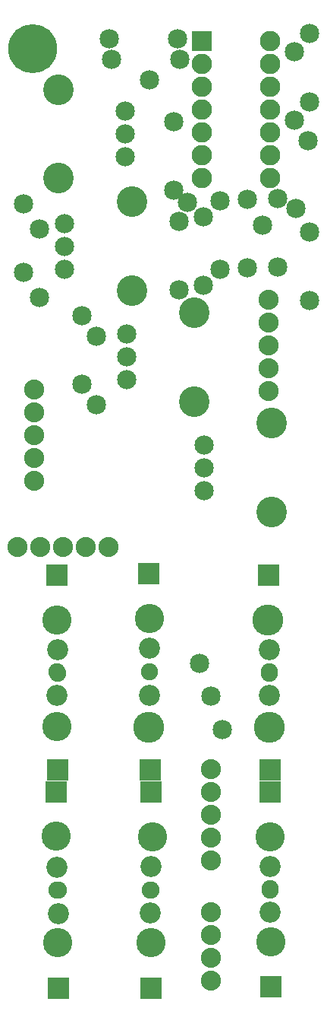
<source format=gbs>
G04 MADE WITH FRITZING*
G04 WWW.FRITZING.ORG*
G04 DOUBLE SIDED*
G04 HOLES PLATED*
G04 CONTOUR ON CENTER OF CONTOUR VECTOR*
%ASAXBY*%
%FSLAX23Y23*%
%MOIN*%
%OFA0B0*%
%SFA1.0B1.0*%
%ADD10C,0.088000*%
%ADD11C,0.085000*%
%ADD12C,0.092900*%
%ADD13C,0.092836*%
%ADD14C,0.075328*%
%ADD15C,0.084667*%
%ADD16C,0.084695*%
%ADD17C,0.134033*%
%ADD18C,0.135984*%
%ADD19C,0.128110*%
%ADD20C,0.089370*%
%ADD21C,0.214725*%
%ADD22R,0.096614X0.096614*%
%ADD23R,0.089370X0.089370*%
%LNMASK0*%
G90*
G70*
G54D10*
X1175Y3212D03*
X1175Y3112D03*
X1175Y3012D03*
X1175Y2912D03*
X1175Y2812D03*
G54D11*
X652Y4174D03*
X869Y1619D03*
X1147Y3538D03*
X969Y1330D03*
X816Y3638D03*
X920Y1477D03*
G54D10*
X144Y2819D03*
X144Y2719D03*
X144Y2619D03*
X144Y2519D03*
X144Y2419D03*
G54D12*
X648Y2012D03*
G54D13*
X651Y1684D03*
G54D14*
X651Y1582D03*
G54D12*
X244Y2005D03*
G54D13*
X246Y1678D03*
G54D14*
X246Y1575D03*
G54D15*
X550Y3062D03*
X550Y2962D03*
G54D16*
X550Y2862D03*
G54D17*
X846Y3156D03*
X846Y2767D03*
G54D15*
X891Y2577D03*
X891Y2477D03*
G54D16*
X891Y2377D03*
G54D17*
X1187Y2671D03*
X1187Y2283D03*
G54D15*
X278Y3547D03*
X278Y3447D03*
G54D16*
X278Y3347D03*
G54D17*
X573Y3641D03*
X573Y3253D03*
G54D15*
X545Y3839D03*
X545Y3939D03*
G54D16*
X545Y4039D03*
G54D17*
X249Y3745D03*
X249Y4133D03*
G54D18*
X1178Y1339D03*
X647Y1339D03*
G54D19*
X244Y1341D03*
X663Y860D03*
G54D18*
X1172Y1808D03*
G54D19*
X247Y397D03*
X650Y1814D03*
X1183Y400D03*
X244Y1808D03*
X658Y397D03*
X1181Y860D03*
X239Y861D03*
G54D12*
X241Y1054D03*
G54D13*
X243Y726D03*
G54D14*
X243Y624D03*
G54D10*
X922Y230D03*
X922Y330D03*
X922Y430D03*
X922Y530D03*
X72Y2130D03*
X172Y2130D03*
X272Y2130D03*
X372Y2130D03*
X472Y2130D03*
G54D12*
X654Y1152D03*
G54D13*
X651Y1480D03*
G54D14*
X651Y1582D03*
G54D12*
X1173Y2006D03*
G54D13*
X1176Y1678D03*
G54D14*
X1176Y1576D03*
G54D12*
X1180Y1152D03*
G54D13*
X1177Y1480D03*
G54D14*
X1177Y1582D03*
G54D12*
X1180Y1057D03*
G54D13*
X1182Y729D03*
G54D14*
X1182Y627D03*
G54D12*
X1185Y202D03*
G54D13*
X1182Y530D03*
G54D14*
X1182Y632D03*
G54D12*
X656Y1057D03*
G54D13*
X658Y730D03*
G54D14*
X658Y627D03*
G54D12*
X247Y1152D03*
G54D13*
X244Y1480D03*
G54D14*
X244Y1582D03*
G54D12*
X252Y194D03*
G54D13*
X250Y522D03*
G54D14*
X250Y624D03*
G54D12*
X658Y196D03*
G54D13*
X655Y524D03*
G54D14*
X655Y626D03*
G54D20*
X880Y4344D03*
X1180Y4344D03*
X880Y4244D03*
X1180Y4244D03*
X880Y4144D03*
X1180Y4144D03*
X880Y4044D03*
X1180Y4044D03*
X880Y3944D03*
X1180Y3944D03*
X880Y3844D03*
X1180Y3844D03*
X880Y3744D03*
X1180Y3744D03*
G54D11*
X416Y3051D03*
X416Y2751D03*
X1288Y4000D03*
X1288Y4300D03*
X353Y3142D03*
X353Y2842D03*
X168Y3522D03*
X168Y3222D03*
X98Y3633D03*
X98Y3333D03*
X1353Y3508D03*
X1353Y3208D03*
X962Y3647D03*
X962Y3347D03*
X782Y3555D03*
X782Y3255D03*
X1354Y4378D03*
X1354Y4078D03*
X1213Y3354D03*
X1213Y3654D03*
X756Y3992D03*
X756Y3692D03*
X483Y4266D03*
X783Y4266D03*
X1346Y3908D03*
X1295Y3613D03*
X1080Y3652D03*
X1080Y3352D03*
X475Y4355D03*
X775Y4355D03*
X886Y3276D03*
X886Y3576D03*
G54D21*
X137Y4312D03*
G54D10*
X922Y755D03*
X922Y855D03*
X922Y955D03*
X922Y1055D03*
X922Y1155D03*
G54D22*
X648Y2012D03*
X244Y2005D03*
X241Y1054D03*
X654Y1152D03*
X1173Y2006D03*
X1180Y1152D03*
X1180Y1057D03*
X1185Y202D03*
X656Y1057D03*
X247Y1152D03*
X252Y194D03*
X658Y196D03*
G54D23*
X880Y4344D03*
G04 End of Mask0*
M02*
</source>
